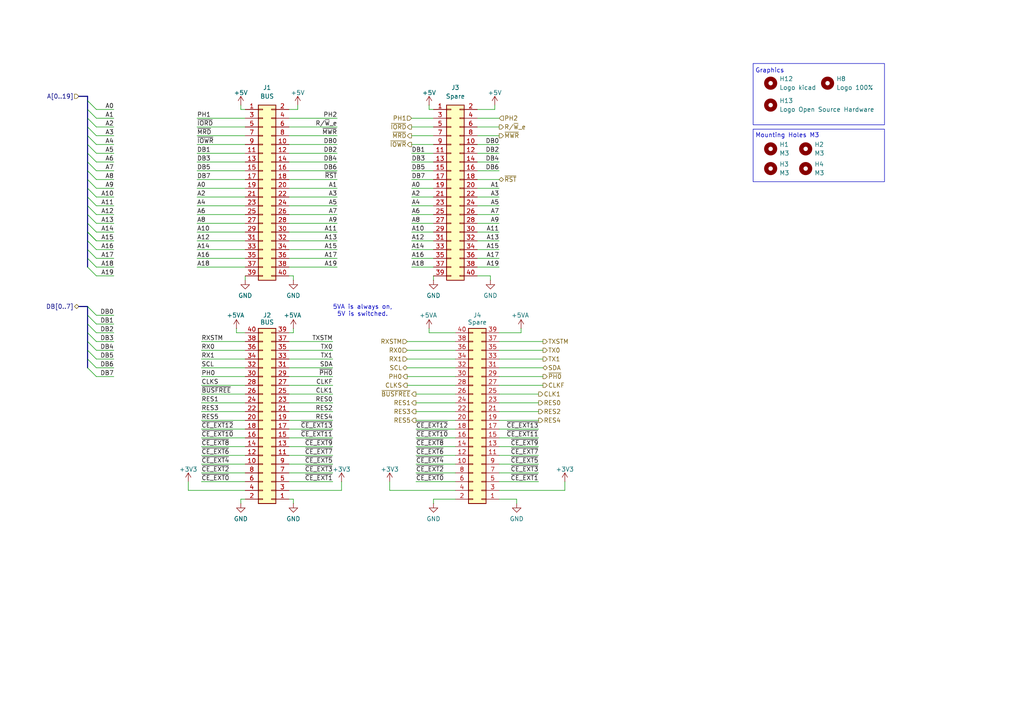
<source format=kicad_sch>
(kicad_sch (version 20231120) (generator "eeschema") (generator_version "8.0")
  (paper "A4")
  (title_block (date "2023-06-29") (rev "v1.0") (company "100% Offner") (comment 1 "v1: Initial"))
  (lib_symbols
    (symbol "Connector_Generic:Conn_02x20_Odd_Even" (pin_names (offset 1.016) hide)
      (property "Reference" "J" (at 1.27 25.4 0))
      (property "Value" "Conn_02x20_Odd_Even" (at 1.27 -27.94 0))
      (symbol "Conn_02x20_Odd_Even_1_1"
        (rectangle (start -1.27 -25.273) (end 0 -25.527) (stroke (width 0.1524)))
        (rectangle (start -1.27 -22.733) (end 0 -22.987) (stroke (width 0.1524)))
        (rectangle (start -1.27 -20.193) (end 0 -20.447) (stroke (width 0.1524)))
        (rectangle (start -1.27 -17.653) (end 0 -17.907) (stroke (width 0.1524)))
        (rectangle (start -1.27 -15.113) (end 0 -15.367) (stroke (width 0.1524)))
        (rectangle (start -1.27 -12.573) (end 0 -12.827) (stroke (width 0.1524)))
        (rectangle (start -1.27 -10.033) (end 0 -10.287) (stroke (width 0.1524)))
        (rectangle (start -1.27 -7.493) (end 0 -7.747) (stroke (width 0.1524)))
        (rectangle (start -1.27 -4.953) (end 0 -5.207) (stroke (width 0.1524)))
        (rectangle (start -1.27 -2.413) (end 0 -2.667) (stroke (width 0.1524)))
        (rectangle (start -1.27 0.127) (end 0 -0.127) (stroke (width 0.1524)))
        (rectangle (start -1.27 2.667) (end 0 2.413) (stroke (width 0.1524)))
        (rectangle (start -1.27 5.207) (end 0 4.953) (stroke (width 0.1524)))
        (rectangle (start -1.27 7.747) (end 0 7.493) (stroke (width 0.1524)))
        (rectangle (start -1.27 10.287) (end 0 10.033) (stroke (width 0.1524)))
        (rectangle (start -1.27 12.827) (end 0 12.573) (stroke (width 0.1524)))
        (rectangle (start -1.27 15.367) (end 0 15.113) (stroke (width 0.1524)))
        (rectangle (start -1.27 17.907) (end 0 17.653) (stroke (width 0.1524)))
        (rectangle (start -1.27 20.447) (end 0 20.193) (stroke (width 0.1524)))
        (rectangle (start -1.27 22.987) (end 0 22.733) (stroke (width 0.1524)))
        (rectangle (start -1.27 24.13) (end 3.81 -26.67) (stroke (width 0.254)) (fill (type background)))
        (rectangle (start 3.81 -25.273) (end 2.54 -25.527) (stroke (width 0.1524)))
        (rectangle (start 3.81 -22.733) (end 2.54 -22.987) (stroke (width 0.1524)))
        (rectangle (start 3.81 -20.193) (end 2.54 -20.447) (stroke (width 0.1524)))
        (rectangle (start 3.81 -17.653) (end 2.54 -17.907) (stroke (width 0.1524)))
        (rectangle (start 3.81 -15.113) (end 2.54 -15.367) (stroke (width 0.1524)))
        (rectangle (start 3.81 -12.573) (end 2.54 -12.827) (stroke (width 0.1524)))
        (rectangle (start 3.81 -10.033) (end 2.54 -10.287) (stroke (width 0.1524)))
        (rectangle (start 3.81 -7.493) (end 2.54 -7.747) (stroke (width 0.1524)))
        (rectangle (start 3.81 -4.953) (end 2.54 -5.207) (stroke (width 0.1524)))
        (rectangle (start 3.81 -2.413) (end 2.54 -2.667) (stroke (width 0.1524)))
        (rectangle (start 3.81 0.127) (end 2.54 -0.127) (stroke (width 0.1524)))
        (rectangle (start 3.81 2.667) (end 2.54 2.413) (stroke (width 0.1524)))
        (rectangle (start 3.81 5.207) (end 2.54 4.953) (stroke (width 0.1524)))
        (rectangle (start 3.81 7.747) (end 2.54 7.493) (stroke (width 0.1524)))
        (rectangle (start 3.81 10.287) (end 2.54 10.033) (stroke (width 0.1524)))
        (rectangle (start 3.81 12.827) (end 2.54 12.573) (stroke (width 0.1524)))
        (rectangle (start 3.81 15.367) (end 2.54 15.113) (stroke (width 0.1524)))
        (rectangle (start 3.81 17.907) (end 2.54 17.653) (stroke (width 0.1524)))
        (rectangle (start 3.81 20.447) (end 2.54 20.193) (stroke (width 0.1524)))
        (rectangle (start 3.81 22.987) (end 2.54 22.733) (stroke (width 0.1524)))
        (pin passive line (at -5.08 22.86 0) (length 3.81) (name "Pin_1") (number "1"))
        (pin passive line (at 7.62 12.7 180) (length 3.81) (name "Pin_10") (number "10"))
        (pin passive line (at -5.08 10.16 0) (length 3.81) (name "Pin_11") (number "11"))
        (pin passive line (at 7.62 10.16 180) (length 3.81) (name "Pin_12") (number "12"))
        (pin passive line (at -5.08 7.62 0) (length 3.81) (name "Pin_13") (number "13"))
        (pin passive line (at 7.62 7.62 180) (length 3.81) (name "Pin_14") (number "14"))
        (pin passive line (at -5.08 5.08 0) (length 3.81) (name "Pin_15") (number "15"))
        (pin passive line (at 7.62 5.08 180) (length 3.81) (name "Pin_16") (number "16"))
        (pin passive line (at -5.08 2.54 0) (length 3.81) (name "Pin_17") (number "17"))
        (pin passive line (at 7.62 2.54 180) (length 3.81) (name "Pin_18") (number "18"))
        (pin passive line (at -5.08 0 0) (length 3.81) (name "Pin_19") (number "19"))
        (pin passive line (at 7.62 22.86 180) (length 3.81) (name "Pin_2") (number "2"))
        (pin passive line (at 7.62 0 180) (length 3.81) (name "Pin_20") (number "20"))
        (pin passive line (at -5.08 -2.54 0) (length 3.81) (name "Pin_21") (number "21"))
        (pin passive line (at 7.62 -2.54 180) (length 3.81) (name "Pin_22") (number "22"))
        (pin passive line (at -5.08 -5.08 0) (length 3.81) (name "Pin_23") (number "23"))
        (pin passive line (at 7.62 -5.08 180) (length 3.81) (name "Pin_24") (number "24"))
        (pin passive line (at -5.08 -7.62 0) (length 3.81) (name "Pin_25") (number "25"))
        (pin passive line (at 7.62 -7.62 180) (length 3.81) (name "Pin_26") (number "26"))
        (pin passive line (at -5.08 -10.16 0) (length 3.81) (name "Pin_27") (number "27"))
        (pin passive line (at 7.62 -10.16 180) (length 3.81) (name "Pin_28") (number "28"))
        (pin passive line (at -5.08 -12.7 0) (length 3.81) (name "Pin_29") (number "29"))
        (pin passive line (at -5.08 20.32 0) (length 3.81) (name "Pin_3") (number "3"))
        (pin passive line (at 7.62 -12.7 180) (length 3.81) (name "Pin_30") (number "30"))
        (pin passive line (at -5.08 -15.24 0) (length 3.81) (name "Pin_31") (number "31"))
        (pin passive line (at 7.62 -15.24 180) (length 3.81) (name "Pin_32") (number "32"))
        (pin passive line (at -5.08 -17.78 0) (length 3.81) (name "Pin_33") (number "33"))
        (pin passive line (at 7.62 -17.78 180) (length 3.81) (name "Pin_34") (number "34"))
        (pin passive line (at -5.08 -20.32 0) (length 3.81) (name "Pin_35") (number "35"))
        (pin passive line (at 7.62 -20.32 180) (length 3.81) (name "Pin_36") (number "36"))
        (pin passive line (at -5.08 -22.86 0) (length 3.81) (name "Pin_37") (number "37"))
        (pin passive line (at 7.62 -22.86 180) (length 3.81) (name "Pin_38") (number "38"))
        (pin passive line (at -5.08 -25.4 0) (length 3.81) (name "Pin_39") (number "39"))
        (pin passive line (at 7.62 20.32 180) (length 3.81) (name "Pin_4") (number "4"))
        (pin passive line (at 7.62 -25.4 180) (length 3.81) (name "Pin_40") (number "40"))
        (pin passive line (at -5.08 17.78 0) (length 3.81) (name "Pin_5") (number "5"))
        (pin passive line (at 7.62 17.78 180) (length 3.81) (name "Pin_6") (number "6"))
        (pin passive line (at -5.08 15.24 0) (length 3.81) (name "Pin_7") (number "7"))
        (pin passive line (at 7.62 15.24 180) (length 3.81) (name "Pin_8") (number "8"))
        (pin passive line (at -5.08 12.7 0) (length 3.81) (name "Pin_9") (number "9"))
      )
    )
    (symbol "Mechanical:MountingHole" (pin_names (offset 1.016))
      (property "Reference" "H" (at 0 5.08 0))
      (property "Value" "MountingHole" (at 0 3.175 0))
      (symbol "MountingHole_0_1"
        (circle (center 0 0) (radius 1.27) (stroke (width 1.27)))
      )
    )
    (symbol "power:+3V3" (power) (pin_numbers hide) (pin_names (offset 0) hide)
      (property "Value" "+3V3" (at 0 3.556 0))
      (symbol "+3V3_0_1"
        (polyline (pts (xy -0.762 1.27) (xy 0 2.54)))
        (polyline (pts (xy 0 0) (xy 0 2.54)))
        (polyline (pts (xy 0 2.54) (xy 0.762 1.27)))
      )
      (symbol "+3V3_1_1"
        (pin power_in line (at 0 0 90) (length 0) (name "~") (number "1"))
      )
    )
    (symbol "power:+5V" (power) (pin_numbers hide) (pin_names (offset 0) hide)
      (property "Value" "+5V" (at 0 3.556 0))
      (symbol "+5V_0_1"
        (polyline (pts (xy -0.762 1.27) (xy 0 2.54)))
        (polyline (pts (xy 0 0) (xy 0 2.54)))
        (polyline (pts (xy 0 2.54) (xy 0.762 1.27)))
      )
      (symbol "+5V_1_1"
        (pin power_in line (at 0 0 90) (length 0) (name "~") (number "1"))
      )
    )
    (symbol "power:+5VA" (power) (pin_numbers hide) (pin_names (offset 0) hide)
      (property "Value" "+5VA" (at 0 3.556 0))
      (symbol "+5VA_0_1"
        (polyline (pts (xy -0.762 1.27) (xy 0 2.54)))
        (polyline (pts (xy 0 0) (xy 0 2.54)))
        (polyline (pts (xy 0 2.54) (xy 0.762 1.27)))
      )
      (symbol "+5VA_1_1"
        (pin power_in line (at 0 0 90) (length 0) (name "~") (number "1"))
      )
    )
    (symbol "power:GND" (power) (pin_numbers hide) (pin_names (offset 0) hide)
      (property "Value" "GND" (at 0 -3.81 0))
      (symbol "GND_0_1"
        (polyline (pts (xy 0 0) (xy 0 -1.27) (xy 1.27 -1.27) (xy 0 -2.54) (xy -1.27 -1.27) (xy 0 -1.27)))
      )
      (symbol "GND_1_1"
        (pin power_in line (at 0 0 270) (length 0) (name "~") (number "1"))
      )
    )
  )
  (bus_entry (at 25.4 62.23) (size 2.54 2.54))
  (bus_entry (at 25.4 59.69) (size 2.54 2.54))
  (bus_entry (at 25.4 93.98) (size 2.54 2.54))
  (bus_entry (at 25.4 41.91) (size 2.54 2.54))
  (bus_entry (at 25.4 104.14) (size 2.54 2.54))
  (bus_entry (at 25.4 44.45) (size 2.54 2.54))
  (bus_entry (at 25.4 69.85) (size 2.54 2.54))
  (bus_entry (at 25.4 34.29) (size 2.54 2.54))
  (bus_entry (at 25.4 106.68) (size 2.54 2.54))
  (bus_entry (at 25.4 91.44) (size 2.54 2.54))
  (bus_entry (at 25.4 31.75) (size 2.54 2.54))
  (bus_entry (at 25.4 99.06) (size 2.54 2.54))
  (bus_entry (at 25.4 67.31) (size 2.54 2.54))
  (bus_entry (at 25.4 57.15) (size 2.54 2.54))
  (bus_entry (at 25.4 49.53) (size 2.54 2.54))
  (bus_entry (at 25.4 77.47) (size 2.54 2.54))
  (bus_entry (at 25.4 74.93) (size 2.54 2.54))
  (bus_entry (at 25.4 29.21) (size 2.54 2.54))
  (bus_entry (at 25.4 52.07) (size 2.54 2.54))
  (bus_entry (at 25.4 88.9) (size 2.54 2.54))
  (bus_entry (at 25.4 67.31) (size 2.54 2.54))
  (bus_entry (at 25.4 96.52) (size 2.54 2.54))
  (bus_entry (at 25.4 36.83) (size 2.54 2.54))
  (bus_entry (at 25.4 101.6) (size 2.54 2.54))
  (bus_entry (at 25.4 54.61) (size 2.54 2.54))
  (bus_entry (at 25.4 39.37) (size 2.54 2.54))
  (bus_entry (at 25.4 46.99) (size 2.54 2.54))
  (bus_entry (at 25.4 64.77) (size 2.54 2.54))
  (bus_entry (at 25.4 72.39) (size 2.54 2.54))
  (bus (pts (xy 25.4 64.77) (xy 25.4 62.23)))
  (wire (pts (xy 118.11 109.22) (xy 132.08 109.22)))
  (bus (pts (xy 25.4 49.53) (xy 25.4 46.99)))
  (wire (pts (xy 83.82 39.37) (xy 97.79 39.37)))
  (wire (pts (xy 58.42 127) (xy 71.12 127)))
  (bus (pts (xy 25.4 77.47) (xy 25.4 74.93)))
  (wire (pts (xy 118.11 99.06) (xy 132.08 99.06)))
  (wire (pts (xy 57.15 77.47) (xy 71.12 77.47)))
  (wire (pts (xy 119.38 44.45) (xy 125.73 44.45)))
  (wire (pts (xy 113.03 142.24) (xy 132.08 142.24)))
  (wire (pts (xy 119.38 62.23) (xy 125.73 62.23)))
  (wire (pts (xy 83.82 119.38) (xy 96.52 119.38)))
  (wire (pts (xy 144.78 139.7) (xy 156.21 139.7)))
  (wire (pts (xy 33.02 62.23) (xy 27.94 62.23)))
  (wire (pts (xy 138.43 72.39) (xy 144.78 72.39)))
  (wire (pts (xy 33.02 93.98) (xy 27.94 93.98)))
  (wire (pts (xy 58.42 116.84) (xy 71.12 116.84)))
  (wire (pts (xy 143.51 31.75) (xy 138.43 31.75)))
  (wire (pts (xy 119.38 69.85) (xy 125.73 69.85)))
  (wire (pts (xy 83.82 36.83) (xy 97.79 36.83)))
  (wire (pts (xy 58.42 119.38) (xy 71.12 119.38)))
  (wire (pts (xy 99.06 139.7) (xy 99.06 142.24)))
  (wire (pts (xy 113.03 139.7) (xy 113.03 142.24)))
  (wire (pts (xy 138.43 49.53) (xy 144.78 49.53)))
  (wire (pts (xy 120.65 119.38) (xy 132.08 119.38)))
  (wire (pts (xy 33.02 104.14) (xy 27.94 104.14)))
  (wire (pts (xy 69.85 144.78) (xy 71.12 144.78)))
  (wire (pts (xy 83.82 121.92) (xy 96.52 121.92)))
  (wire (pts (xy 120.65 127) (xy 132.08 127)))
  (wire (pts (xy 85.09 146.05) (xy 85.09 144.78)))
  (wire (pts (xy 33.02 31.75) (xy 27.94 31.75)))
  (bus (pts (xy 25.4 62.23) (xy 25.4 59.69)))
  (wire (pts (xy 151.13 96.52) (xy 144.78 96.52)))
  (wire (pts (xy 83.82 124.46) (xy 96.52 124.46)))
  (wire (pts (xy 33.02 109.22) (xy 27.94 109.22)))
  (wire (pts (xy 83.82 142.24) (xy 99.06 142.24)))
  (bus (pts (xy 25.4 34.29) (xy 25.4 31.75)))
  (wire (pts (xy 144.78 142.24) (xy 163.83 142.24)))
  (wire (pts (xy 83.82 127) (xy 96.52 127)))
  (wire (pts (xy 57.15 69.85) (xy 71.12 69.85)))
  (wire (pts (xy 144.78 119.38) (xy 156.21 119.38)))
  (wire (pts (xy 57.15 39.37) (xy 71.12 39.37)))
  (wire (pts (xy 83.82 44.45) (xy 97.79 44.45)))
  (wire (pts (xy 58.42 137.16) (xy 71.12 137.16)))
  (bus (pts (xy 25.4 104.14) (xy 25.4 101.6)))
  (wire (pts (xy 83.82 57.15) (xy 97.79 57.15)))
  (wire (pts (xy 33.02 54.61) (xy 27.94 54.61)))
  (wire (pts (xy 144.78 127) (xy 156.21 127)))
  (wire (pts (xy 33.02 49.53) (xy 27.94 49.53)))
  (wire (pts (xy 57.15 64.77) (xy 71.12 64.77)))
  (wire (pts (xy 138.43 69.85) (xy 144.78 69.85)))
  (wire (pts (xy 85.09 144.78) (xy 83.82 144.78)))
  (wire (pts (xy 149.86 146.05) (xy 149.86 144.78)))
  (wire (pts (xy 69.85 30.48) (xy 69.85 31.75)))
  (wire (pts (xy 83.82 69.85) (xy 97.79 69.85)))
  (wire (pts (xy 83.82 134.62) (xy 96.52 134.62)))
  (wire (pts (xy 138.43 67.31) (xy 144.78 67.31)))
  (wire (pts (xy 58.42 139.7) (xy 71.12 139.7)))
  (wire (pts (xy 57.15 67.31) (xy 71.12 67.31)))
  (wire (pts (xy 33.02 52.07) (xy 27.94 52.07)))
  (wire (pts (xy 144.78 132.08) (xy 156.21 132.08)))
  (wire (pts (xy 57.15 72.39) (xy 71.12 72.39)))
  (wire (pts (xy 119.38 34.29) (xy 125.73 34.29)))
  (wire (pts (xy 33.02 44.45) (xy 27.94 44.45)))
  (wire (pts (xy 83.82 67.31) (xy 97.79 67.31)))
  (wire (pts (xy 83.82 59.69) (xy 97.79 59.69)))
  (wire (pts (xy 33.02 67.31) (xy 27.94 67.31)))
  (wire (pts (xy 57.15 52.07) (xy 71.12 52.07)))
  (wire (pts (xy 83.82 74.93) (xy 97.79 74.93)))
  (bus (pts (xy 25.4 72.39) (xy 25.4 69.85)))
  (wire (pts (xy 86.36 31.75) (xy 83.82 31.75)))
  (wire (pts (xy 83.82 54.61) (xy 97.79 54.61)))
  (wire (pts (xy 33.02 74.93) (xy 27.94 74.93)))
  (wire (pts (xy 83.82 129.54) (xy 96.52 129.54)))
  (wire (pts (xy 120.65 132.08) (xy 132.08 132.08)))
  (wire (pts (xy 138.43 57.15) (xy 144.78 57.15)))
  (wire (pts (xy 33.02 59.69) (xy 27.94 59.69)))
  (wire (pts (xy 68.58 96.52) (xy 71.12 96.52)))
  (bus (pts (xy 25.4 57.15) (xy 25.4 54.61)))
  (wire (pts (xy 138.43 52.07) (xy 144.78 52.07)))
  (wire (pts (xy 125.73 146.05) (xy 125.73 144.78)))
  (wire (pts (xy 86.36 30.48) (xy 86.36 31.75)))
  (wire (pts (xy 83.82 114.3) (xy 96.52 114.3)))
  (bus (pts (xy 25.4 88.9) (xy 22.86 88.9)))
  (wire (pts (xy 83.82 64.77) (xy 97.79 64.77)))
  (bus (pts (xy 25.4 44.45) (xy 25.4 41.91)))
  (wire (pts (xy 33.02 57.15) (xy 27.94 57.15)))
  (wire (pts (xy 144.78 114.3) (xy 156.21 114.3)))
  (wire (pts (xy 119.38 74.93) (xy 125.73 74.93)))
  (bus (pts (xy 25.4 91.44) (xy 25.4 88.9)))
  (wire (pts (xy 124.46 95.25) (xy 124.46 96.52)))
  (wire (pts (xy 138.43 36.83) (xy 144.78 36.83)))
  (wire (pts (xy 83.82 132.08) (xy 96.52 132.08)))
  (wire (pts (xy 144.78 124.46) (xy 156.21 124.46)))
  (wire (pts (xy 163.83 139.7) (xy 163.83 142.24)))
  (wire (pts (xy 83.82 52.07) (xy 97.79 52.07)))
  (wire (pts (xy 33.02 69.85) (xy 27.94 69.85)))
  (wire (pts (xy 144.78 111.76) (xy 157.48 111.76)))
  (wire (pts (xy 119.38 72.39) (xy 125.73 72.39)))
  (wire (pts (xy 119.38 39.37) (xy 125.73 39.37)))
  (wire (pts (xy 151.13 95.25) (xy 151.13 96.52)))
  (wire (pts (xy 124.46 30.48) (xy 124.46 31.75)))
  (wire (pts (xy 33.02 39.37) (xy 27.94 39.37)))
  (bus (pts (xy 25.4 59.69) (xy 25.4 57.15)))
  (wire (pts (xy 118.11 111.76) (xy 132.08 111.76)))
  (wire (pts (xy 119.38 64.77) (xy 125.73 64.77)))
  (wire (pts (xy 57.15 54.61) (xy 71.12 54.61)))
  (bus (pts (xy 25.4 41.91) (xy 25.4 39.37)))
  (wire (pts (xy 69.85 146.05) (xy 69.85 144.78)))
  (wire (pts (xy 83.82 116.84) (xy 96.52 116.84)))
  (wire (pts (xy 33.02 80.01) (xy 27.94 80.01)))
  (wire (pts (xy 85.09 96.52) (xy 83.82 96.52)))
  (bus (pts (xy 25.4 27.94) (xy 22.86 27.94)))
  (wire (pts (xy 124.46 96.52) (xy 132.08 96.52)))
  (wire (pts (xy 138.43 44.45) (xy 144.78 44.45)))
  (wire (pts (xy 83.82 46.99) (xy 97.79 46.99)))
  (wire (pts (xy 119.38 77.47) (xy 125.73 77.47)))
  (wire (pts (xy 125.73 81.28) (xy 125.73 80.01)))
  (bus (pts (xy 25.4 106.68) (xy 25.4 104.14)))
  (wire (pts (xy 143.51 30.48) (xy 143.51 31.75)))
  (wire (pts (xy 33.02 72.39) (xy 27.94 72.39)))
  (wire (pts (xy 58.42 99.06) (xy 71.12 99.06)))
  (wire (pts (xy 119.38 52.07) (xy 125.73 52.07)))
  (bus (pts (xy 25.4 101.6) (xy 25.4 99.06)))
  (wire (pts (xy 142.24 80.01) (xy 138.43 80.01)))
  (wire (pts (xy 54.61 139.7) (xy 54.61 142.24)))
  (wire (pts (xy 120.65 114.3) (xy 132.08 114.3)))
  (wire (pts (xy 119.38 54.61) (xy 125.73 54.61)))
  (wire (pts (xy 138.43 64.77) (xy 144.78 64.77)))
  (wire (pts (xy 83.82 34.29) (xy 97.79 34.29)))
  (wire (pts (xy 57.15 49.53) (xy 71.12 49.53)))
  (wire (pts (xy 138.43 77.47) (xy 144.78 77.47)))
  (wire (pts (xy 83.82 72.39) (xy 97.79 72.39)))
  (bus (pts (xy 25.4 36.83) (xy 25.4 34.29)))
  (wire (pts (xy 119.38 49.53) (xy 125.73 49.53)))
  (wire (pts (xy 144.78 106.68) (xy 157.48 106.68)))
  (wire (pts (xy 33.02 46.99) (xy 27.94 46.99)))
  (wire (pts (xy 83.82 106.68) (xy 96.52 106.68)))
  (wire (pts (xy 57.15 44.45) (xy 71.12 44.45)))
  (wire (pts (xy 120.65 137.16) (xy 132.08 137.16)))
  (bus (pts (xy 25.4 39.37) (xy 25.4 36.83)))
  (bus (pts (xy 25.4 69.85) (xy 25.4 67.31)))
  (wire (pts (xy 83.82 41.91) (xy 97.79 41.91)))
  (bus (pts (xy 25.4 29.21) (xy 25.4 27.94)))
  (wire (pts (xy 85.09 80.01) (xy 83.82 80.01)))
  (wire (pts (xy 120.65 124.46) (xy 132.08 124.46)))
  (wire (pts (xy 58.42 114.3) (xy 71.12 114.3)))
  (bus (pts (xy 25.4 31.75) (xy 25.4 29.21)))
  (wire (pts (xy 138.43 39.37) (xy 144.78 39.37)))
  (wire (pts (xy 138.43 74.93) (xy 144.78 74.93)))
  (wire (pts (xy 33.02 101.6) (xy 27.94 101.6)))
  (wire (pts (xy 144.78 129.54) (xy 156.21 129.54)))
  (wire (pts (xy 119.38 36.83) (xy 125.73 36.83)))
  (bus (pts (xy 25.4 52.07) (xy 25.4 49.53)))
  (wire (pts (xy 58.42 134.62) (xy 71.12 134.62)))
  (wire (pts (xy 58.42 129.54) (xy 71.12 129.54)))
  (wire (pts (xy 119.38 67.31) (xy 125.73 67.31)))
  (wire (pts (xy 144.78 121.92) (xy 156.21 121.92)))
  (wire (pts (xy 58.42 101.6) (xy 71.12 101.6)))
  (wire (pts (xy 54.61 142.24) (xy 71.12 142.24)))
  (wire (pts (xy 138.43 41.91) (xy 144.78 41.91)))
  (bus (pts (xy 25.4 93.98) (xy 25.4 91.44)))
  (bus (pts (xy 25.4 46.99) (xy 25.4 44.45)))
  (wire (pts (xy 83.82 139.7) (xy 96.52 139.7)))
  (wire (pts (xy 33.02 106.68) (xy 27.94 106.68)))
  (wire (pts (xy 83.82 99.06) (xy 96.52 99.06)))
  (wire (pts (xy 83.82 137.16) (xy 96.52 137.16)))
  (wire (pts (xy 144.78 137.16) (xy 156.21 137.16)))
  (wire (pts (xy 57.15 62.23) (xy 71.12 62.23)))
  (wire (pts (xy 83.82 49.53) (xy 97.79 49.53)))
  (wire (pts (xy 33.02 64.77) (xy 27.94 64.77)))
  (wire (pts (xy 58.42 109.22) (xy 71.12 109.22)))
  (wire (pts (xy 58.42 124.46) (xy 71.12 124.46)))
  (wire (pts (xy 118.11 101.6) (xy 132.08 101.6)))
  (wire (pts (xy 57.15 46.99) (xy 71.12 46.99)))
  (wire (pts (xy 120.65 139.7) (xy 132.08 139.7)))
  (wire (pts (xy 138.43 59.69) (xy 144.78 59.69)))
  (wire (pts (xy 119.38 59.69) (xy 125.73 59.69)))
  (wire (pts (xy 85.09 81.28) (xy 85.09 80.01)))
  (wire (pts (xy 144.78 99.06) (xy 157.48 99.06)))
  (wire (pts (xy 57.15 57.15) (xy 71.12 57.15)))
  (wire (pts (xy 119.38 46.99) (xy 125.73 46.99)))
  (wire (pts (xy 83.82 62.23) (xy 97.79 62.23)))
  (wire (pts (xy 120.65 134.62) (xy 132.08 134.62)))
  (bus (pts (xy 25.4 96.52) (xy 25.4 93.98)))
  (wire (pts (xy 83.82 109.22) (xy 96.52 109.22)))
  (wire (pts (xy 120.65 121.92) (xy 132.08 121.92)))
  (wire (pts (xy 144.78 101.6) (xy 157.48 101.6)))
  (wire (pts (xy 85.09 95.25) (xy 85.09 96.52)))
  (wire (pts (xy 33.02 91.44) (xy 27.94 91.44)))
  (wire (pts (xy 58.42 111.76) (xy 71.12 111.76)))
  (wire (pts (xy 142.24 81.28) (xy 142.24 80.01)))
  (wire (pts (xy 69.85 31.75) (xy 71.12 31.75)))
  (wire (pts (xy 119.38 57.15) (xy 125.73 57.15)))
  (wire (pts (xy 138.43 46.99) (xy 144.78 46.99)))
  (wire (pts (xy 83.82 111.76) (xy 96.52 111.76)))
  (wire (pts (xy 138.43 34.29) (xy 144.78 34.29)))
  (wire (pts (xy 83.82 104.14) (xy 96.52 104.14)))
  (wire (pts (xy 57.15 59.69) (xy 71.12 59.69)))
  (wire (pts (xy 138.43 54.61) (xy 144.78 54.61)))
  (wire (pts (xy 57.15 74.93) (xy 71.12 74.93)))
  (wire (pts (xy 33.02 36.83) (xy 27.94 36.83)))
  (wire (pts (xy 144.78 134.62) (xy 156.21 134.62)))
  (wire (pts (xy 58.42 106.68) (xy 71.12 106.68)))
  (wire (pts (xy 33.02 99.06) (xy 27.94 99.06)))
  (wire (pts (xy 125.73 144.78) (xy 132.08 144.78)))
  (bus (pts (xy 25.4 67.31) (xy 25.4 64.77)))
  (wire (pts (xy 120.65 129.54) (xy 132.08 129.54)))
  (wire (pts (xy 120.65 116.84) (xy 132.08 116.84)))
  (wire (pts (xy 149.86 144.78) (xy 144.78 144.78)))
  (wire (pts (xy 33.02 41.91) (xy 27.94 41.91)))
  (wire (pts (xy 119.38 41.91) (xy 125.73 41.91)))
  (wire (pts (xy 144.78 116.84) (xy 156.21 116.84)))
  (wire (pts (xy 33.02 34.29) (xy 27.94 34.29)))
  (bus (pts (xy 25.4 74.93) (xy 25.4 72.39)))
  (bus (pts (xy 25.4 54.61) (xy 25.4 52.07)))
  (wire (pts (xy 57.15 36.83) (xy 71.12 36.83)))
  (wire (pts (xy 83.82 101.6) (xy 96.52 101.6)))
  (wire (pts (xy 138.43 62.23) (xy 144.78 62.23)))
  (wire (pts (xy 58.42 121.92) (xy 71.12 121.92)))
  (wire (pts (xy 118.11 106.68) (xy 132.08 106.68)))
  (wire (pts (xy 58.42 132.08) (xy 71.12 132.08)))
  (wire (pts (xy 33.02 96.52) (xy 27.94 96.52)))
  (wire (pts (xy 57.15 41.91) (xy 71.12 41.91)))
  (wire (pts (xy 71.12 81.28) (xy 71.12 80.01)))
  (wire (pts (xy 68.58 95.25) (xy 68.58 96.52)))
  (wire (pts (xy 144.78 109.22) (xy 157.48 109.22)))
  (wire (pts (xy 58.42 104.14) (xy 71.12 104.14)))
  (wire (pts (xy 33.02 77.47) (xy 27.94 77.47)))
  (wire (pts (xy 144.78 104.14) (xy 157.48 104.14)))
  (bus (pts (xy 25.4 99.06) (xy 25.4 96.52)))
  (wire (pts (xy 118.11 104.14) (xy 132.08 104.14)))
  (wire (pts (xy 124.46 31.75) (xy 125.73 31.75)))
  (wire (pts (xy 83.82 77.47) (xy 97.79 77.47)))
  (wire (pts (xy 57.15 34.29) (xy 71.12 34.29)))
  (rectangle (start 218.44 37.465) (end 256.54 52.705))
  (rectangle (start 218.44 18.415) (end 256.54 36.195))
  (text "5VA is always on,\n5V is switched." (at 105.156 90.17 0) (effects (font (size 1.27 1.27))))
  (text "Graphics" (at 223.266 20.574 0) (effects (font (size 1.27 1.27))))
  (text "Mounting Holes M3" (at 228.346 39.37 0) (effects (font (size 1.27 1.27))))
  (label "A5" (at 144.78 59.69 180))
  (label "TX1" (at 96.52 104.14 180))
  (label "~{CE_EXT10}" (at 120.65 127 0))
  (label "A16" (at 57.15 74.93 0))
  (label "~{IOWR}" (at 57.15 41.91 0))
  (label "~{MRD}" (at 57.15 39.37 0))
  (label "A4" (at 33.02 41.91 180))
  (label "A15" (at 33.02 69.85 180))
  (label "~{CE_EXT5}" (at 96.52 134.62 180))
  (label "A7" (at 144.78 62.23 180))
  (label "~{CE_EXT1}" (at 96.52 139.7 180))
  (label "A6" (at 57.15 62.23 0))
  (label "DB6" (at 33.02 106.68 180))
  (label "DB2" (at 33.02 96.52 180))
  (label "TXSTM" (at 96.52 99.06 180))
  (label "A2" (at 33.02 36.83 180))
  (label "RES2" (at 96.52 119.38 180))
  (label "DB3" (at 119.38 46.99 0))
  (label "DB6" (at 97.79 49.53 180))
  (label "~{CE_EXT8}" (at 58.42 129.54 0))
  (label "A18" (at 33.02 77.47 180))
  (label "A15" (at 144.78 72.39 180))
  (label "CLKS" (at 58.42 111.76 0))
  (label "~{CE_EXT6}" (at 58.42 132.08 0))
  (label "DB2" (at 97.79 44.45 180))
  (label "~{CE_EXT12}" (at 58.42 124.46 0))
  (label "DB3" (at 33.02 99.06 180))
  (label "DB5" (at 119.38 49.53 0))
  (label "~{PH0}" (at 96.52 109.22 180))
  (label "TX0" (at 96.52 101.6 180))
  (label "A3" (at 144.78 57.15 180))
  (label "~{CE_EXT1}" (at 156.21 139.7 180))
  (label "A18" (at 57.15 77.47 0))
  (label "A9" (at 33.02 54.61 180))
  (label "A2" (at 119.38 57.15 0))
  (label "A1" (at 144.78 54.61 180))
  (label "~{MWR}" (at 97.79 39.37 180))
  (label "A3" (at 33.02 39.37 180))
  (label "DB4" (at 144.78 46.99 180))
  (label "~{CE_EXT12}" (at 120.65 124.46 0))
  (label "CLKF" (at 96.52 111.76 180))
  (label "A17" (at 97.79 74.93 180))
  (label "A14" (at 119.38 72.39 0))
  (label "A10" (at 57.15 67.31 0))
  (label "A0" (at 57.15 54.61 0))
  (label "DB6" (at 144.78 49.53 180))
  (label "A6" (at 119.38 62.23 0))
  (label "A13" (at 144.78 69.85 180))
  (label "~{CE_EXT3}" (at 96.52 137.16 180))
  (label "DB0" (at 144.78 41.91 180))
  (label "A2" (at 57.15 57.15 0))
  (label "~{CE_EXT10}" (at 58.42 127 0))
  (label "RES0" (at 96.52 116.84 180))
  (label "DB2" (at 144.78 44.45 180))
  (label "A19" (at 97.79 77.47 180))
  (label "~{CE_EXT13}" (at 156.21 124.46 180))
  (label "DB5" (at 33.02 104.14 180))
  (label "DB1" (at 33.02 93.98 180))
  (label "RES5" (at 58.42 121.92 0))
  (label "A8" (at 57.15 64.77 0))
  (label "~{CE_EXT9}" (at 156.21 129.54 180))
  (label "A12" (at 57.15 69.85 0))
  (label "A7" (at 33.02 49.53 180))
  (label "A14" (at 33.02 67.31 180))
  (label "SDA" (at 96.52 106.68 180))
  (label "A5" (at 33.02 44.45 180))
  (label "~{CE_EXT0}" (at 58.42 139.7 0))
  (label "DB1" (at 57.15 44.45 0))
  (label "R{slash}~{W}_e" (at 97.79 36.83 180))
  (label "A12" (at 119.38 69.85 0))
  (label "A16" (at 33.02 72.39 180))
  (label "~{CE_EXT11}" (at 96.52 127 180))
  (label "SCL" (at 58.42 106.68 0))
  (label "A19" (at 144.78 77.47 180))
  (label "A15" (at 97.79 72.39 180))
  (label "CLK1" (at 96.52 114.3 180))
  (label "DB7" (at 119.38 52.07 0))
  (label "~{CE_EXT4}" (at 120.65 134.62 0))
  (label "A10" (at 119.38 67.31 0))
  (label "A1" (at 97.79 54.61 180))
  (label "~{CE_EXT9}" (at 96.52 129.54 180))
  (label "A1" (at 33.02 34.29 180))
  (label "PH1" (at 57.15 34.29 0))
  (label "A11" (at 144.78 67.31 180))
  (label "A9" (at 97.79 64.77 180))
  (label "RES3" (at 58.42 119.38 0))
  (label "~{CE_EXT6}" (at 120.65 132.08 0))
  (label "~{CE_EXT13}" (at 96.52 124.46 180))
  (label "DB7" (at 57.15 52.07 0))
  (label "DB0" (at 97.79 41.91 180))
  (label "DB0" (at 33.02 91.44 180))
  (label "RES4" (at 96.52 121.92 180))
  (label "~{CE_EXT0}" (at 120.65 139.7 0))
  (label "A13" (at 33.02 64.77 180))
  (label "A9" (at 144.78 64.77 180))
  (label "A8" (at 119.38 64.77 0))
  (label "~{CE_EXT4}" (at 58.42 134.62 0))
  (label "A4" (at 119.38 59.69 0))
  (label "A7" (at 97.79 62.23 180))
  (label "RX0" (at 58.42 101.6 0))
  (label "A13" (at 97.79 69.85 180))
  (label "A17" (at 144.78 74.93 180))
  (label "A0" (at 33.02 31.75 180))
  (label "~{BUSFREE}" (at 58.42 114.3 0))
  (label "DB1" (at 119.38 44.45 0))
  (label "~{CE_EXT7}" (at 96.52 132.08 180))
  (label "A18" (at 119.38 77.47 0))
  (label "~{CE_EXT8}" (at 120.65 129.54 0))
  (label "A19" (at 33.02 80.01 180))
  (label "PH0" (at 58.42 109.22 0))
  (label "A11" (at 97.79 67.31 180))
  (label "A8" (at 33.02 52.07 180))
  (label "A14" (at 57.15 72.39 0))
  (label "A17" (at 33.02 74.93 180))
  (label "A3" (at 97.79 57.15 180))
  (label "~{RST}" (at 97.79 52.07 180))
  (label "A0" (at 119.38 54.61 0))
  (label "~{CE_EXT5}" (at 156.21 134.62 180))
  (label "A6" (at 33.02 46.99 180))
  (label "A12" (at 33.02 62.23 180))
  (label "A16" (at 119.38 74.93 0))
  (label "DB5" (at 57.15 49.53 0))
  (label "~{CE_EXT7}" (at 156.21 132.08 180))
  (label "A4" (at 57.15 59.69 0))
  (label "RES1" (at 58.42 116.84 0))
  (label "DB7" (at 33.02 109.22 180))
  (label "A11" (at 33.02 59.69 180))
  (label "DB4" (at 33.02 101.6 180))
  (label "~{CE_EXT2}" (at 58.42 137.16 0))
  (label "~{CE_EXT11}" (at 156.21 127 180))
  (label "PH2" (at 97.79 34.29 180))
  (label "RX1" (at 58.42 104.14 0))
  (label "A10" (at 33.02 57.15 180))
  (label "RXSTM" (at 58.42 99.06 0))
  (label "~{CE_EXT2}" (at 120.65 137.16 0))
  (label "A5" (at 97.79 59.69 180))
  (label "DB3" (at 57.15 46.99 0))
  (label "DB4" (at 97.79 46.99 180))
  (label "~{CE_EXT3}" (at 156.21 137.16 180))
  (label "~{IORD}" (at 57.15 36.83 0))
  (hierarchical_label "RES3" (shape output) (at 120.65 119.38 180))
  (hierarchical_label "A[0..19]" (shape input) (at 22.86 27.94 180))
  (hierarchical_label "~{IORD}" (shape output) (at 119.38 36.83 180))
  (hierarchical_label "RX1" (shape input) (at 118.11 104.14 180))
  (hierarchical_label "SDA" (shape bidirectional) (at 157.48 106.68 0))
  (hierarchical_label "TX1" (shape output) (at 157.48 104.14 0))
  (hierarchical_label "R{slash}~{W}_e" (shape output) (at 144.78 36.83 0))
  (hierarchical_label "~{RST}" (shape tri_state) (at 144.78 52.07 0))
  (hierarchical_label "RES0" (shape output) (at 156.21 116.84 0))
  (hierarchical_label "TXSTM" (shape output) (at 157.48 99.06 0))
  (hierarchical_label "~{MWR}" (shape output) (at 144.78 39.37 0))
  (hierarchical_label "RES4" (shape output) (at 156.21 121.92 0))
  (hierarchical_label "SCL" (shape bidirectional) (at 118.11 106.68 180))
  (hierarchical_label "CLKS" (shape output) (at 118.11 111.76 180))
  (hierarchical_label "~{MRD}" (shape output) (at 119.38 39.37 180))
  (hierarchical_label "~{BUSFREE}" (shape output) (at 120.65 114.3 180))
  (hierarchical_label "PH0" (shape output) (at 118.11 109.22 180))
  (hierarchical_label "RES5" (shape output) (at 120.65 121.92 180))
  (hierarchical_label "PH2" (shape input) (at 144.78 34.29 0))
  (hierarchical_label "TX0" (shape output) (at 157.48 101.6 0))
  (hierarchical_label "DB[0..7]" (shape bidirectional) (at 22.86 88.9 180))
  (hierarchical_label "~{IOWR}" (shape output) (at 119.38 41.91 180))
  (hierarchical_label "RXSTM" (shape input) (at 118.11 99.06 180))
  (hierarchical_label "CLKF" (shape output) (at 157.48 111.76 0))
  (hierarchical_label "RES1" (shape output) (at 120.65 116.84 180))
  (hierarchical_label "RES2" (shape output) (at 156.21 119.38 0))
  (hierarchical_label "~{PH0}" (shape output) (at 157.48 109.22 0))
  (hierarchical_label "PH1" (shape input) (at 119.38 34.29 180))
  (hierarchical_label "RX0" (shape input) (at 118.11 101.6 180))
  (hierarchical_label "CLK1" (shape output) (at 156.21 114.3 0))
  (symbol (lib_id "power:GND") (at 142.24 81.28 0) (unit 1)
    (property "Reference" "#PWR032" (effects (hide yes)))
    (property "Value" "GND" (at 142.24 85.7234 0))
    (property "Description" "Power symbol creates a global label with name \"GND\" , ground" (effects (hide yes)))
  )
  (symbol (lib_id "Mechanical:MountingHole") (at 223.52 43.18 0) (unit 1) (in_bom no)
    (property "Reference" "H1" (at 226.06 41.9099 0) (effects (justify left)))
    (property "Value" "M3" (at 226.06 44.4499 0) (effects (justify left)))
    (property "Footprint" "MountingHole:MountingHole_3.2mm_M3" (effects (hide yes)))
  )
  (symbol (lib_id "Connector_Generic:Conn_02x20_Odd_Even") (at 78.74 121.92 180) (unit 1)
    (property "Reference" "J2" (at 77.47 91.424 0))
    (property "Value" "BUS" (at 77.47 93.472 0))
    (property "Footprint" "Connector_PinSocket_2.54mm:PinSocket_2x20_P2.54mm_Vertical" (effects (hide yes)))
    (property "Description" "Generic connector, double row, 02x20, odd/even pin numbering scheme (row 1 odd numbers, row 2 even numbers), script generated (kicad-library-utils/schlib/autogen/connector/)" (effects (hide yes)))
  )
  (symbol (lib_id "power:+5VA") (at 85.09 95.25 0) (unit 1)
    (property "Reference" "#PWR023" (effects (hide yes)))
    (property "Value" "+5VA" (at 84.836 91.44 0))
    (property "Description" "Power symbol creates a global label with name \"+5VA\"" (effects (hide yes)))
  )
  (symbol (lib_id "power:+3V3") (at 54.61 139.7 0) (unit 1)
    (property "Reference" "#PWR016" (effects (hide yes)))
    (property "Value" "+3V3" (at 54.61 136.1242 0))
    (property "Description" "Power symbol creates a global label with name \"+3V3\"" (effects (hide yes)))
  )
  (symbol (lib_id "power:+5VA") (at 68.58 95.25 0) (unit 1)
    (property "Reference" "#PWR017" (effects (hide yes)))
    (property "Value" "+5VA" (at 68.326 91.44 0))
    (property "Description" "Power symbol creates a global label with name \"+5VA\"" (effects (hide yes)))
  )
  (symbol (lib_id "power:GND") (at 149.86 146.05 0) (unit 1)
    (property "Reference" "#PWR034" (effects (hide yes)))
    (property "Value" "GND" (at 149.86 150.4934 0))
    (property "Description" "Power symbol creates a global label with name \"GND\" , ground" (effects (hide yes)))
  )
  (symbol (lib_id "power:+5V") (at 124.46 30.48 0) (unit 1)
    (property "Reference" "#PWR028" (effects (hide yes)))
    (property "Value" "+5V" (at 124.46 26.9042 0))
    (property "Description" "Power symbol creates a global label with name \"+5V\"" (effects (hide yes)))
  )
  (symbol (lib_id "Mechanical:MountingHole") (at 223.52 48.895 0) (unit 1) (in_bom no)
    (property "Reference" "H3" (at 226.06 47.6249 0) (effects (justify left)))
    (property "Value" "M3" (at 226.06 50.1649 0) (effects (justify left)))
    (property "Footprint" "MountingHole:MountingHole_3.2mm_M3" (effects (hide yes)))
  )
  (symbol (lib_id "Mechanical:MountingHole") (at 233.68 43.18 0) (unit 1) (in_bom no)
    (property "Reference" "H2" (at 236.22 41.9099 0) (effects (justify left)))
    (property "Value" "M3" (at 236.22 44.4499 0) (effects (justify left)))
    (property "Footprint" "MountingHole:MountingHole_3.2mm_M3" (effects (hide yes)))
  )
  (symbol (lib_id "Connector_Generic:Conn_02x20_Odd_Even") (at 76.2 54.61 0) (unit 1)
    (property "Reference" "J1" (at 77.47 25.4 0))
    (property "Value" "BUS" (at 77.47 27.94 0))
    (property "Footprint" "Connector_PinSocket_2.54mm:PinSocket_2x20_P2.54mm_Vertical" (effects (hide yes)))
    (property "Description" "Generic connector, double row, 02x20, odd/even pin numbering scheme (row 1 odd numbers, row 2 even numbers), script generated (kicad-library-utils/schlib/autogen/connector/)" (effects (hide yes)))
  )
  (symbol (lib_id "power:+5VA") (at 151.13 95.25 0) (unit 1)
    (property "Reference" "#PWR035" (effects (hide yes)))
    (property "Value" "+5VA" (at 150.876 91.44 0))
    (property "Description" "Power symbol creates a global label with name \"+5VA\"" (effects (hide yes)))
  )
  (symbol (lib_id "Mechanical:MountingHole") (at 233.68 48.895 0) (unit 1) (in_bom no)
    (property "Reference" "H4" (at 236.22 47.6249 0) (effects (justify left)))
    (property "Value" "M3" (at 236.22 50.1649 0) (effects (justify left)))
    (property "Footprint" "MountingHole:MountingHole_3.2mm_M3" (effects (hide yes)))
  )
  (symbol (lib_id "power:GND") (at 125.73 81.28 0) (unit 1)
    (property "Reference" "#PWR030" (effects (hide yes)))
    (property "Value" "GND" (at 125.73 85.7234 0))
    (property "Description" "Power symbol creates a global label with name \"GND\" , ground" (effects (hide yes)))
  )
  (symbol (lib_id "power:GND") (at 125.73 146.05 0) (unit 1)
    (property "Reference" "#PWR031" (effects (hide yes)))
    (property "Value" "GND" (at 125.73 150.4934 0))
    (property "Description" "Power symbol creates a global label with name \"GND\" , ground" (effects (hide yes)))
  )
  (symbol (lib_id "Mechanical:MountingHole") (at 240.03 24.13 0) (unit 1) (exclude_from_sim yes) (in_bom no)
    (property "Reference" "H8" (at 242.57 22.8599 0) (effects (justify left)))
    (property "Value" "Logo 100%" (at 242.57 25.3999 0) (effects (justify left)))
    (property "Footprint" "my_own:Logo_100ProzentOffner_10x2.7mm" (effects (hide yes)))
    (property "Description" "Mounting Hole without connection" (effects (hide yes)))
  )
  (symbol (lib_id "power:+3V3") (at 113.03 139.7 0) (unit 1)
    (property "Reference" "#PWR027" (effects (hide yes)))
    (property "Value" "+3V3" (at 113.03 136.1242 0))
    (property "Description" "Power symbol creates a global label with name \"+3V3\"" (effects (hide yes)))
  )
  (symbol (lib_id "Mechanical:MountingHole") (at 223.52 24.13 0) (unit 1) (exclude_from_sim yes) (in_bom no)
    (property "Reference" "H12" (at 226.06 22.8599 0) (effects (justify left)))
    (property "Value" "Logo kicad" (at 226.06 25.3999 0) (effects (justify left)))
    (property "Footprint" "Symbol:KiCad-Logo2_6mm_SilkScreen" (effects (hide yes)))
    (property "Description" "Mounting Hole without connection" (effects (hide yes)))
  )
  (symbol (lib_id "power:+3V3") (at 99.06 139.7 0) (unit 1)
    (property "Reference" "#PWR026" (effects (hide yes)))
    (property "Value" "+3V3" (at 99.06 136.1242 0))
    (property "Description" "Power symbol creates a global label with name \"+3V3\"" (effects (hide yes)))
  )
  (symbol (lib_id "power:GND") (at 71.12 81.28 0) (unit 1)
    (property "Reference" "#PWR021" (effects (hide yes)))
    (property "Value" "GND" (at 71.12 85.7234 0))
    (property "Description" "Power symbol creates a global label with name \"GND\" , ground" (effects (hide yes)))
  )
  (symbol (lib_id "power:+5V") (at 69.85 30.48 0) (unit 1)
    (property "Reference" "#PWR019" (effects (hide yes)))
    (property "Value" "+5V" (at 69.85 26.9042 0))
    (property "Description" "Power symbol creates a global label with name \"+5V\"" (effects (hide yes)))
  )
  (symbol (lib_id "power:GND") (at 69.85 146.05 0) (unit 1)
    (property "Reference" "#PWR020" (effects (hide yes)))
    (property "Value" "GND" (at 69.85 150.4934 0))
    (property "Description" "Power symbol creates a global label with name \"GND\" , ground" (effects (hide yes)))
  )
  (symbol (lib_id "Mechanical:MountingHole") (at 223.52 30.48 0) (unit 1) (exclude_from_sim yes) (in_bom no)
    (property "Reference" "H13" (at 226.06 29.2099 0) (effects (justify left)))
    (property "Value" "Logo Open Source Hardware" (at 226.06 31.7499 0) (effects (justify left)))
    (property "Footprint" "Symbol:OSHW-Logo2_7.3x6mm_SilkScreen" (effects (hide yes)))
    (property "Description" "Mounting Hole without connection" (effects (hide yes)))
  )
  (symbol (lib_id "Connector_Generic:Conn_02x20_Odd_Even") (at 139.7 121.92 180) (unit 1) (in_bom no)
    (property "Reference" "J4" (at 138.43 91.424 0))
    (property "Value" "Spare" (at 138.43 93.472 0))
    (property "Footprint" "Connector_PinSocket_2.54mm:PinSocket_2x20_P2.54mm_Vertical" (effects (hide yes)))
    (property "Description" "Generic connector, double row, 02x20, odd/even pin numbering scheme (row 1 odd numbers, row 2 even numbers), script generated (kicad-library-utils/schlib/autogen/connector/)" (effects (hide yes)))
  )
  (symbol (lib_id "Connector_Generic:Conn_02x20_Odd_Even") (at 130.81 54.61 0) (unit 1) (in_bom no)
    (property "Reference" "J3" (at 132.08 25.4 0))
    (property "Value" "Spare" (at 132.08 27.94 0))
    (property "Footprint" "Connector_PinSocket_2.54mm:PinSocket_2x20_P2.54mm_Vertical" (effects (hide yes)))
    (property "Description" "Generic connector, double row, 02x20, odd/even pin numbering scheme (row 1 odd numbers, row 2 even numbers), script generated (kicad-library-utils/schlib/autogen/connector/)" (effects (hide yes)))
  )
  (symbol (lib_id "power:GND") (at 85.09 146.05 0) (unit 1)
    (property "Reference" "#PWR024" (effects (hide yes)))
    (property "Value" "GND" (at 85.09 150.4934 0))
    (property "Description" "Power symbol creates a global label with name \"GND\" , ground" (effects (hide yes)))
  )
  (symbol (lib_id "power:GND") (at 85.09 81.28 0) (unit 1)
    (property "Reference" "#PWR022" (effects (hide yes)))
    (property "Value" "GND" (at 85.09 85.7234 0))
    (property "Description" "Power symbol creates a global label with name \"GND\" , ground" (effects (hide yes)))
  )
  (symbol (lib_id "power:+5VA") (at 124.46 95.25 0) (unit 1)
    (property "Reference" "#PWR029" (effects (hide yes)))
    (property "Value" "+5VA" (at 124.206 91.44 0))
    (property "Description" "Power symbol creates a global label with name \"+5VA\"" (effects (hide yes)))
  )
  (symbol (lib_id "power:+5V") (at 86.36 30.48 0) (mirror y) (unit 1)
    (property "Reference" "#PWR025" (effects (hide yes)))
    (property "Value" "+5V" (at 86.36 26.9042 0))
    (property "Description" "Power symbol creates a global label with name \"+5V\"" (effects (hide yes)))
  )
  (symbol (lib_id "power:+5V") (at 143.51 30.48 0) (mirror y) (unit 1)
    (property "Reference" "#PWR033" (effects (hide yes)))
    (property "Value" "+5V" (at 143.51 26.9042 0))
    (property "Description" "Power symbol creates a global label with name \"+5V\"" (effects (hide yes)))
  )
  (symbol (lib_id "power:+3V3") (at 163.83 139.7 0) (unit 1)
    (property "Reference" "#PWR036" (effects (hide yes)))
    (property "Value" "+3V3" (at 163.83 136.1242 0))
    (property "Description" "Power symbol creates a global label with name \"+3V3\"" (effects (hide yes)))
  )
)
</source>
